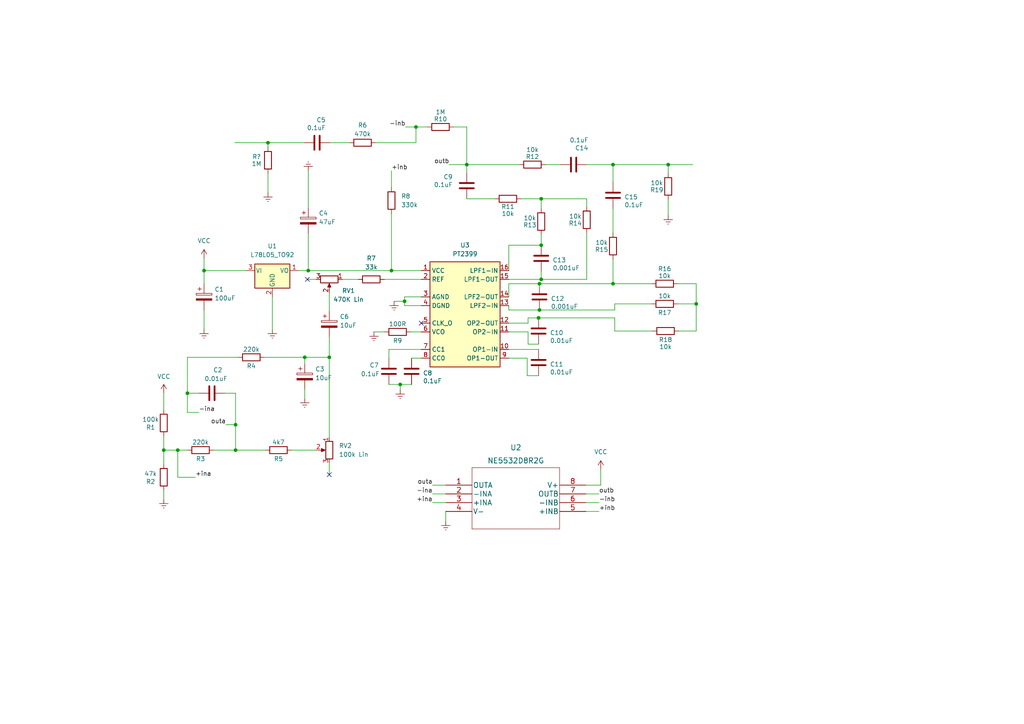
<source format=kicad_sch>
(kicad_sch (version 20211123) (generator eeschema)
  (paper "A4")
  (lib_symbols
    (symbol "Audio:PT2399"
      (property "Reference" "U" (at 0 17.78 0))
      (property "Value" "PT2399" (at 0 -17.78 0))
      (symbol "PT2399_0_1"
        (rectangle (start -10.16 15.24) (end 10.16 -15.24) (stroke (width 0.254)) (fill (type background)))
      )
      (symbol "PT2399_1_1"
        (pin power_in line (at -12.7 12.7 0) (length 2.54) (name "VCC") (number "1"))
        (pin input line (at 12.7 -10.16 180) (length 2.54) (name "OP1-IN") (number "10"))
        (pin input line (at 12.7 -5.08 180) (length 2.54) (name "OP2-IN") (number "11"))
        (pin output line (at 12.7 -2.54 180) (length 2.54) (name "OP2-OUT") (number "12"))
        (pin input line (at 12.7 2.54 180) (length 2.54) (name "LPF2-IN") (number "13"))
        (pin output line (at 12.7 5.08 180) (length 2.54) (name "LPF2-OUT") (number "14"))
        (pin output line (at 12.7 10.16 180) (length 2.54) (name "LPF1-OUT") (number "15"))
        (pin input line (at 12.7 12.7 180) (length 2.54) (name "LPF1-IN") (number "16"))
        (pin passive line (at -12.7 10.16 0) (length 2.54) (name "REF") (number "2"))
        (pin power_in line (at -12.7 5.08 0) (length 2.54) (name "AGND") (number "3"))
        (pin power_in line (at -12.7 2.54 0) (length 2.54) (name "DGND") (number "4"))
        (pin passive line (at -12.7 -2.54 0) (length 2.54) (name "CLK_O") (number "5"))
        (pin passive line (at -12.7 -5.08 0) (length 2.54) (name "VCO") (number "6"))
        (pin passive line (at -12.7 -10.16 0) (length 2.54) (name "CC1") (number "7"))
        (pin passive line (at -12.7 -12.7 0) (length 2.54) (name "CC0") (number "8"))
        (pin output line (at 12.7 -12.7 180) (length 2.54) (name "OP1-OUT") (number "9"))
      )
    )
    (symbol "Device:C" (pin_numbers hide) (pin_names (offset 0.254))
      (property "Reference" "C" (at 0.635 2.54 0))
      (property "Value" "C" (at 0.635 -2.54 0))
      (symbol "C_0_1"
        (polyline (pts (xy -2.032 -0.762) (xy 2.032 -0.762)) (stroke (width 0.508)))
        (polyline (pts (xy -2.032 0.762) (xy 2.032 0.762)) (stroke (width 0.508)))
      )
      (symbol "C_1_1"
        (pin passive line (at 0 3.81 270) (length 2.794) (name "~") (number "1"))
        (pin passive line (at 0 -3.81 90) (length 2.794) (name "~") (number "2"))
      )
    )
    (symbol "Device:C_Polarized" (pin_numbers hide) (pin_names (offset 0.254))
      (property "Reference" "C" (at 0.635 2.54 0))
      (property "Value" "C_Polarized" (at 0.635 -2.54 0))
      (symbol "C_Polarized_0_1"
        (rectangle (start -2.286 0.508) (end 2.286 1.016))
        (polyline (pts (xy -1.778 2.286) (xy -0.762 2.286)))
        (polyline (pts (xy -1.27 2.794) (xy -1.27 1.778)))
        (rectangle (start 2.286 -0.508) (end -2.286 -1.016) (fill (type outline)))
      )
      (symbol "C_Polarized_1_1"
        (pin passive line (at 0 3.81 270) (length 2.794) (name "~") (number "1"))
        (pin passive line (at 0 -3.81 90) (length 2.794) (name "~") (number "2"))
      )
    )
    (symbol "Device:R" (pin_numbers hide) (pin_names (offset 0))
      (property "Reference" "R" (at 2.032 0 90))
      (property "Value" "R" (at 0 0 90))
      (symbol "R_0_1"
        (rectangle (start -1.016 -2.54) (end 1.016 2.54) (stroke (width 0.254)))
      )
      (symbol "R_1_1"
        (pin passive line (at 0 3.81 270) (length 1.27) (name "~") (number "1"))
        (pin passive line (at 0 -3.81 90) (length 1.27) (name "~") (number "2"))
      )
    )
    (symbol "Device:R_Potentiometer" (pin_names (offset 1.016) hide)
      (property "Reference" "RV" (at -4.445 0 90))
      (property "Value" "R_Potentiometer" (at -2.54 0 90))
      (symbol "R_Potentiometer_0_1"
        (polyline (pts (xy 2.54 0) (xy 1.524 0)))
        (polyline (pts (xy 1.143 0) (xy 2.286 0.508) (xy 2.286 -0.508) (xy 1.143 0)) (fill (type outline)))
        (rectangle (start 1.016 2.54) (end -1.016 -2.54) (stroke (width 0.254)))
      )
      (symbol "R_Potentiometer_1_1"
        (pin passive line (at 0 3.81 270) (length 1.27) (name "1") (number "1"))
        (pin passive line (at 3.81 0 180) (length 1.27) (name "2") (number "2"))
        (pin passive line (at 0 -3.81 90) (length 1.27) (name "3") (number "3"))
      )
    )
    (symbol "Regulator_Linear:L78L05_TO92" (pin_names (offset 0.254))
      (property "Reference" "U" (at -3.81 3.175 0))
      (property "Value" "L78L05_TO92" (at 0 3.175 0))
      (symbol "L78L05_TO92_0_1"
        (rectangle (start -5.08 -5.08) (end 5.08 1.905) (stroke (width 0.254)) (fill (type background)))
      )
      (symbol "L78L05_TO92_1_1"
        (pin power_out line (at 7.62 0 180) (length 2.54) (name "VO") (number "1"))
        (pin power_in line (at 0 -7.62 90) (length 2.54) (name "GND") (number "2"))
        (pin power_in line (at -7.62 0 0) (length 2.54) (name "VI") (number "3"))
      )
    )
    (symbol "ne5532:NE5532D8R2G" (pin_names (offset 0.254))
      (property "Reference" "U" (at 20.32 10.16 0))
      (property "Value" "NE5532D8R2G" (at 20.32 7.62 0))
      (symbol "NE5532D8R2G_1_1"
        (polyline (pts (xy 7.62 -12.7) (xy 33.02 -12.7)) (stroke (width 0.127)))
        (polyline (pts (xy 7.62 5.08) (xy 7.62 -12.7)) (stroke (width 0.127)))
        (polyline (pts (xy 33.02 -12.7) (xy 33.02 5.08)) (stroke (width 0.127)))
        (polyline (pts (xy 33.02 5.08) (xy 7.62 5.08)) (stroke (width 0.127)))
        (pin output line (at 0 0 0) (length 7.62) (name "OUTA") (number "1"))
        (pin input line (at 0 -2.54 0) (length 7.62) (name "-INA") (number "2"))
        (pin input line (at 0 -5.08 0) (length 7.62) (name "+INA") (number "3"))
        (pin power_in line (at 0 -7.62 0) (length 7.62) (name "V-") (number "4"))
        (pin input line (at 40.64 -7.62 180) (length 7.62) (name "+INB") (number "5"))
        (pin input line (at 40.64 -5.08 180) (length 7.62) (name "-INB") (number "6"))
        (pin output line (at 40.64 -2.54 180) (length 7.62) (name "OUTB") (number "7"))
        (pin power_in line (at 40.64 0 180) (length 7.62) (name "V+") (number "8"))
      )
    )
    (symbol "power:Earth" (power) (pin_names (offset 0))
      (symbol "Earth_0_1"
        (polyline (pts (xy -0.635 -1.905) (xy 0.635 -1.905)))
        (polyline (pts (xy -0.127 -2.54) (xy 0.127 -2.54)))
        (polyline (pts (xy 0 -1.27) (xy 0 0)))
        (polyline (pts (xy 1.27 -1.27) (xy -1.27 -1.27)))
      )
      (symbol "Earth_1_1"
        (pin power_in line (at 0 0 270) (length 0) hide (name "Earth") (number "1"))
      )
    )
    (symbol "power:VCC" (power) (pin_names (offset 0))
      (property "Value" "VCC" (at 0 3.81 0))
      (symbol "VCC_0_1"
        (polyline (pts (xy -0.762 1.27) (xy 0 2.54)))
        (polyline (pts (xy 0 0) (xy 0 2.54)))
        (polyline (pts (xy 0 2.54) (xy 0.762 1.27)))
      )
      (symbol "VCC_1_1"
        (pin power_in line (at 0 0 90) (length 0) hide (name "VCC") (number "1"))
      )
    )
  )
  (junction (at 156.21 92.202))
  (junction (at 156.464 89.916))
  (junction (at 47.498 130.556))
  (junction (at 88.392 103.632))
  (junction (at 116.078 111.506))
  (junction (at 59.182 78.486))
  (junction (at 120.65 36.83))
  (junction (at 95.504 103.632))
  (junction (at 77.724 41.402))
  (junction (at 156.464 82.296))
  (junction (at 51.562 130.556))
  (junction (at 54.356 114.046))
  (junction (at 68.326 130.556))
  (junction (at 193.802 47.752))
  (junction (at 135.382 47.752))
  (junction (at 156.972 71.12))
  (junction (at 177.8 82.296))
  (junction (at 156.972 57.658))
  (junction (at 156.972 81.026))
  (junction (at 177.8 47.752))
  (junction (at 89.408 78.486))
  (junction (at 117.348 87.376))
  (junction (at 201.93 88.138))
  (junction (at 68.326 123.19))
  (junction (at 113.538 78.486))
  (no_connect (at 95.504 137.668))
  (no_connect (at 89.154 81.026))
  (no_connect (at 122.174 93.726))
  (wire (pts (xy 89.154 81.026) (xy 91.694 81.026)))
  (wire (pts (xy 65.532 123.19) (xy 68.326 123.19)))
  (wire (pts (xy 95.504 103.632) (xy 95.504 126.746)))
  (wire (pts (xy 68.072 41.402) (xy 77.724 41.402)))
  (wire (pts (xy 88.392 103.632) (xy 88.392 105.41)))
  (wire (pts (xy 117.348 88.646) (xy 117.348 87.376)))
  (wire (pts (xy 147.574 88.646) (xy 147.574 89.916)))
  (wire (pts (xy 177.8 47.752) (xy 193.802 47.752)))
  (wire (pts (xy 177.8 75.184) (xy 177.8 82.296)))
  (wire (pts (xy 170.18 57.658) (xy 156.972 57.658)))
  (wire (pts (xy 114.3 87.376) (xy 117.348 87.376)))
  (wire (pts (xy 116.078 111.506) (xy 116.078 113.028)))
  (wire (pts (xy 189.23 96.012) (xy 178.308 96.012)))
  (wire (pts (xy 88.392 113.03) (xy 88.392 115.57)))
  (wire (pts (xy 135.382 47.752) (xy 150.622 47.752)))
  (wire (pts (xy 169.926 140.716) (xy 174.244 140.716)))
  (wire (pts (xy 125.476 143.256) (xy 129.286 143.256)))
  (wire (pts (xy 112.8006 111.506) (xy 116.078 111.506)))
  (wire (pts (xy 47.498 130.556) (xy 47.498 134.62)))
  (wire (pts (xy 147.574 71.12) (xy 156.972 71.12)))
  (wire (pts (xy 54.356 103.632) (xy 69.088 103.632)))
  (wire (pts (xy 156.972 68.072) (xy 156.972 71.12)))
  (wire (pts (xy 169.926 145.796) (xy 173.736 145.796)))
  (wire (pts (xy 174.244 136.144) (xy 174.244 140.716)))
  (wire (pts (xy 152.908 103.886) (xy 152.908 108.966)))
  (wire (pts (xy 47.498 114.046) (xy 47.498 118.872)))
  (wire (pts (xy 135.382 47.752) (xy 135.382 50.038)))
  (wire (pts (xy 59.182 89.916) (xy 59.182 95.504)))
  (wire (pts (xy 158.242 47.752) (xy 162.56 47.752)))
  (wire (pts (xy 122.174 101.346) (xy 112.8006 101.346)))
  (wire (pts (xy 84.582 130.556) (xy 91.694 130.556)))
  (wire (pts (xy 76.708 103.632) (xy 88.392 103.632)))
  (wire (pts (xy 152.908 108.966) (xy 156.21 108.966)))
  (wire (pts (xy 178.308 88.138) (xy 188.976 88.138)))
  (wire (pts (xy 89.408 67.818) (xy 89.408 78.486)))
  (wire (pts (xy 51.562 130.556) (xy 51.562 138.43)))
  (wire (pts (xy 177.8 60.452) (xy 177.8 67.564)))
  (wire (pts (xy 54.356 103.632) (xy 54.356 114.046)))
  (wire (pts (xy 108.458 96.266) (xy 111.506 96.266)))
  (wire (pts (xy 95.504 97.79) (xy 95.504 103.632)))
  (wire (pts (xy 61.976 130.556) (xy 68.326 130.556)))
  (wire (pts (xy 156.464 82.296) (xy 177.8 82.296)))
  (wire (pts (xy 151.13 57.658) (xy 156.972 57.658)))
  (wire (pts (xy 88.138 41.402) (xy 77.724 41.402)))
  (wire (pts (xy 177.8 47.752) (xy 177.8 52.832)))
  (wire (pts (xy 125.476 145.796) (xy 129.286 145.796)))
  (wire (pts (xy 153.162 93.726) (xy 147.574 93.726)))
  (wire (pts (xy 116.078 111.506) (xy 119.38 111.506)))
  (wire (pts (xy 170.18 47.752) (xy 177.8 47.752)))
  (wire (pts (xy 120.65 36.83) (xy 120.65 41.402)))
  (wire (pts (xy 201.93 82.296) (xy 201.93 88.138)))
  (wire (pts (xy 201.93 88.138) (xy 201.93 96.012)))
  (wire (pts (xy 153.162 92.202) (xy 156.21 92.202)))
  (wire (pts (xy 68.326 114.046) (xy 68.326 123.19)))
  (wire (pts (xy 86.614 78.486) (xy 89.408 78.486)))
  (wire (pts (xy 117.348 86.106) (xy 122.174 86.106)))
  (wire (pts (xy 77.724 50.292) (xy 77.724 55.88)))
  (wire (pts (xy 117.348 87.376) (xy 117.348 86.106)))
  (wire (pts (xy 89.408 49.53) (xy 89.408 60.198)))
  (wire (pts (xy 153.162 99.822) (xy 156.21 99.822)))
  (wire (pts (xy 196.85 96.012) (xy 201.93 96.012)))
  (wire (pts (xy 120.65 41.402) (xy 108.966 41.402)))
  (wire (pts (xy 147.574 78.486) (xy 147.574 71.12)))
  (wire (pts (xy 113.538 49.53) (xy 113.538 54.356)))
  (wire (pts (xy 152.908 103.886) (xy 147.574 103.886)))
  (wire (pts (xy 147.574 81.026) (xy 156.972 81.026)))
  (wire (pts (xy 193.802 47.752) (xy 193.802 50.2596)))
  (wire (pts (xy 130.302 47.752) (xy 135.382 47.752)))
  (wire (pts (xy 156.972 81.026) (xy 170.18 81.026)))
  (wire (pts (xy 95.504 134.366) (xy 95.504 137.668)))
  (wire (pts (xy 169.926 148.336) (xy 173.736 148.336)))
  (wire (pts (xy 68.326 130.556) (xy 76.962 130.556)))
  (wire (pts (xy 112.8006 101.346) (xy 112.8006 103.886)))
  (wire (pts (xy 178.308 96.012) (xy 178.308 92.202)))
  (wire (pts (xy 193.802 57.8796) (xy 193.802 62.4516)))
  (wire (pts (xy 196.596 88.138) (xy 201.93 88.138)))
  (wire (pts (xy 117.602 36.83) (xy 120.65 36.83)))
  (wire (pts (xy 59.182 74.93) (xy 59.182 78.486)))
  (wire (pts (xy 89.408 78.486) (xy 113.538 78.486)))
  (wire (pts (xy 95.758 41.402) (xy 101.346 41.402)))
  (wire (pts (xy 47.498 126.492) (xy 47.498 130.556)))
  (wire (pts (xy 153.162 93.726) (xy 153.162 92.202)))
  (wire (pts (xy 170.18 67.564) (xy 170.18 81.026)))
  (wire (pts (xy 119.126 96.266) (xy 122.174 96.266)))
  (wire (pts (xy 129.286 148.336) (xy 129.286 151.1505)))
  (wire (pts (xy 95.504 84.836) (xy 95.504 90.17)))
  (wire (pts (xy 51.562 138.43) (xy 56.642 138.43)))
  (wire (pts (xy 196.596 82.296) (xy 201.93 82.296)))
  (wire (pts (xy 117.348 88.646) (xy 122.174 88.646)))
  (wire (pts (xy 131.572 36.83) (xy 135.382 36.83)))
  (wire (pts (xy 120.65 36.83) (xy 123.952 36.83)))
  (wire (pts (xy 47.498 142.24) (xy 47.498 144.78)))
  (wire (pts (xy 51.562 130.556) (xy 47.498 130.556)))
  (wire (pts (xy 125.476 140.716) (xy 129.286 140.716)))
  (wire (pts (xy 170.18 59.944) (xy 170.18 57.658)))
  (wire (pts (xy 99.314 81.026) (xy 103.886 81.026)))
  (wire (pts (xy 119.38 103.886) (xy 122.174 103.886)))
  (wire (pts (xy 156.464 89.916) (xy 178.308 89.916)))
  (wire (pts (xy 153.162 96.266) (xy 147.574 96.266)))
  (wire (pts (xy 147.574 82.296) (xy 156.464 82.296)))
  (wire (pts (xy 54.356 114.046) (xy 57.658 114.046)))
  (wire (pts (xy 156.972 57.658) (xy 156.972 60.452)))
  (wire (pts (xy 113.538 61.976) (xy 113.538 78.486)))
  (wire (pts (xy 135.382 36.83) (xy 135.382 47.752)))
  (wire (pts (xy 169.926 143.256) (xy 173.736 143.256)))
  (wire (pts (xy 147.574 86.106) (xy 147.574 82.296)))
  (wire (pts (xy 59.182 78.486) (xy 59.182 82.296)))
  (wire (pts (xy 54.356 119.634) (xy 57.658 119.634)))
  (wire (pts (xy 178.308 89.916) (xy 178.308 88.138)))
  (wire (pts (xy 59.182 78.486) (xy 71.374 78.486)))
  (wire (pts (xy 68.326 123.19) (xy 68.326 130.556)))
  (wire (pts (xy 177.8 82.296) (xy 188.976 82.296)))
  (wire (pts (xy 111.506 81.026) (xy 122.174 81.026)))
  (wire (pts (xy 156.972 81.026) (xy 156.972 78.74)))
  (wire (pts (xy 77.724 41.402) (xy 77.724 42.672)))
  (wire (pts (xy 65.278 114.046) (xy 68.326 114.046)))
  (wire (pts (xy 193.802 47.752) (xy 200.914 47.752)))
  (wire (pts (xy 113.538 78.486) (xy 122.174 78.486)))
  (wire (pts (xy 54.356 130.556) (xy 51.562 130.556)))
  (wire (pts (xy 147.574 101.346) (xy 156.21 101.346)))
  (wire (pts (xy 135.382 57.658) (xy 143.51 57.658)))
  (wire (pts (xy 156.21 92.202) (xy 178.308 92.202)))
  (wire (pts (xy 88.392 103.632) (xy 95.504 103.632)))
  (wire (pts (xy 147.574 89.916) (xy 156.464 89.916)))
  (wire (pts (xy 54.356 114.046) (xy 54.356 119.634)))
  (wire (pts (xy 78.994 86.106) (xy 78.994 95.504)))
  (wire (pts (xy 153.162 96.266) (xy 153.162 99.822)))
  (label "outa" (at 125.476 140.716 180))
  (label "+inb" (at 113.538 49.53 0))
  (label "+ina" (at 125.476 145.796 180))
  (label "-ina" (at 125.476 143.256 180))
  (label "outa" (at 65.532 123.19 180))
  (label "+inb" (at 173.736 148.336 0))
  (label "-inb" (at 173.736 145.796 0))
  (label "-inb" (at 117.602 36.83 180))
  (label "outb" (at 173.736 143.256 0))
  (label "-ina" (at 57.658 119.634 0))
  (label "+ina" (at 56.642 138.43 0))
  (label "outb" (at 130.302 47.752 180))
  (symbol (lib_id "Audio:PT2399") (at 134.874 91.186 0) (unit 1)
    (property "Reference" "U3" (at 134.874 71.12 0))
    (property "Value" "PT2399" (at 134.874 73.66 0))
    (property "Datasheet" "http://sound.westhost.com/pt2399.pdf" (effects hide))
  )
  (symbol (lib_id "power:Earth") (at 59.182 95.504 0) (unit 1)
    (property "Reference" "#PWR0104" (effects hide))
    (property "Value" "Earth" (effects hide))
  )
  (symbol (lib_id "Device:R") (at 193.04 96.012 90) (unit 1)
    (property "Reference" "R18" (at 193.04 98.552 90))
    (property "Value" "10k" (at 193.04 100.584 90))
  )
  (symbol (lib_id "power:VCC") (at 47.498 114.046 0) (unit 1)
    (property "Reference" "#PWR0109" (effects hide))
    (property "Value" "VCC" (at 47.498 109.22 0))
  )
  (symbol (lib_id "power:Earth") (at 114.3 87.376 0) (unit 1)
    (property "Reference" "#PWR0101" (effects hide))
    (property "Value" "Earth" (effects hide))
  )
  (symbol (lib_id "power:Earth") (at 47.498 144.78 0) (unit 1)
    (property "Reference" "#PWR0110" (effects hide))
    (property "Value" "Earth" (effects hide))
  )
  (symbol (lib_id "power:VCC") (at 174.244 136.144 0) (unit 1)
    (property "Reference" "#PWR0111" (effects hide))
    (property "Value" "VCC" (at 174.244 131.064 0))
  )
  (symbol (lib_id "Device:C") (at 91.948 41.402 90) (unit 1)
    (property "Reference" "C5" (at 94.488 34.798 90) (effects (justify left)))
    (property "Value" "0.1uF" (at 94.488 37.084 90) (effects (justify left)))
  )
  (symbol (lib_id "Device:R") (at 107.696 81.026 90) (unit 1)
    (property "Reference" "R7" (at 107.696 74.93 90))
    (property "Value" "33k" (at 107.696 77.47 90))
  )
  (symbol (lib_id "Device:R_Potentiometer") (at 95.504 81.026 270) (unit 1)
    (property "Reference" "RV1" (at 101.092 84.328 90))
    (property "Value" "470K Lin" (at 101.092 86.868 90))
  )
  (symbol (lib_id "Device:R") (at 113.538 58.166 180) (unit 1)
    (property "Reference" "R8" (at 116.332 56.8959 0) (effects (justify right)))
    (property "Value" "330k" (at 116.332 59.4359 0) (effects (justify right)))
  )
  (symbol (lib_id "Device:C") (at 135.382 53.848 180) (unit 1)
    (property "Reference" "C9" (at 131.318 51.308 0) (effects (justify left)))
    (property "Value" "0.1uF" (at 131.318 53.594 0) (effects (justify left)))
  )
  (symbol (lib_id "power:Earth") (at 77.724 55.88 0) (unit 1)
    (property "Reference" "#PWR?" (effects hide))
    (property "Value" "Earth" (effects hide))
  )
  (symbol (lib_id "power:Earth") (at 108.458 96.266 0) (unit 1)
    (property "Reference" "#PWR0107" (effects hide))
    (property "Value" "Earth" (effects hide))
  )
  (symbol (lib_id "Device:C_Polarized") (at 88.392 109.22 0) (unit 1)
    (property "Reference" "C3" (at 91.44 107.0609 0) (effects (justify left)))
    (property "Value" "10uF" (at 91.44 109.6009 0) (effects (justify left)))
  )
  (symbol (lib_id "Device:R_Potentiometer") (at 95.504 130.556 0) (mirror y) (unit 1)
    (property "Reference" "RV2" (at 98.298 129.2859 0) (effects (justify right)))
    (property "Value" "100k Lin" (at 98.298 131.8259 0) (effects (justify right)))
  )
  (symbol (lib_id "Device:C") (at 156.21 96.012 0) (unit 1)
    (property "Reference" "C10" (at 159.512 96.52 0) (effects (justify left)))
    (property "Value" "0.01uF" (at 159.512 98.806 0) (effects (justify left)))
  )
  (symbol (lib_id "Device:C") (at 112.8006 107.696 0) (unit 1)
    (property "Reference" "C7" (at 107.188 105.918 0) (effects (justify left)))
    (property "Value" "0.1uF" (at 104.648 108.458 0) (effects (justify left)))
  )
  (symbol (lib_id "Device:R") (at 77.724 46.482 180) (unit 1)
    (property "Reference" "R?" (at 74.422 45.466 0))
    (property "Value" "1M" (at 74.422 47.498 0))
  )
  (symbol (lib_id "Device:R") (at 47.498 138.43 0) (unit 1)
    (property "Reference" "R2" (at 43.688 139.7 0))
    (property "Value" "47k" (at 43.688 137.414 0))
  )
  (symbol (lib_id "Device:R") (at 127.762 36.83 90) (unit 1)
    (property "Reference" "R10" (at 127.762 34.544 90))
    (property "Value" "1M" (at 127.762 32.512 90))
  )
  (symbol (lib_id "Device:C") (at 177.8 56.642 0) (unit 1)
    (property "Reference" "C15" (at 181.102 57.15 0) (effects (justify left)))
    (property "Value" "0.1uF" (at 181.102 59.436 0) (effects (justify left)))
  )
  (symbol (lib_id "Device:R") (at 170.18 63.754 180) (unit 1)
    (property "Reference" "R14" (at 166.878 64.77 0))
    (property "Value" "10k" (at 166.878 62.738 0))
  )
  (symbol (lib_id "Device:R") (at 154.432 47.752 90) (unit 1)
    (property "Reference" "R12" (at 154.432 45.466 90))
    (property "Value" "10k" (at 154.432 43.434 90))
  )
  (symbol (lib_id "Device:C") (at 156.464 86.106 0) (unit 1)
    (property "Reference" "C12" (at 159.766 86.614 0) (effects (justify left)))
    (property "Value" "0.001uF" (at 159.766 88.9 0) (effects (justify left)))
  )
  (symbol (lib_id "Regulator_Linear:L78L05_TO92") (at 78.994 78.486 0) (unit 1)
    (property "Reference" "U1" (at 78.994 71.374 0))
    (property "Value" "L78L05_TO92" (at 78.994 73.914 0))
    (property "Footprint" "Package_TO_SOT_THT:TO-92_Inline" (effects hide))
    (property "Datasheet" "http://www.st.com/content/ccc/resource/technical/document/datasheet/15/55/e5/aa/23/5b/43/fd/CD00000446.pdf/files/CD00000446.pdf/jcr:content/translations/en.CD00000446.pdf" (effects hide))
  )
  (symbol (lib_id "power:Earth") (at 116.078 113.028 0) (unit 1)
    (property "Reference" "#PWR0108" (effects hide))
    (property "Value" "Earth" (effects hide))
  )
  (symbol (lib_id "power:VCC") (at 59.182 74.93 0) (unit 1)
    (property "Reference" "#PWR0102" (effects hide))
    (property "Value" "VCC" (at 59.182 69.85 0))
  )
  (symbol (lib_id "Device:R") (at 156.972 64.262 180) (unit 1)
    (property "Reference" "R13" (at 153.67 65.278 0))
    (property "Value" "10k" (at 153.67 63.246 0))
  )
  (symbol (lib_id "Device:R") (at 80.772 130.556 90) (unit 1)
    (property "Reference" "R5" (at 80.772 133.096 90))
    (property "Value" "4k7" (at 80.772 128.27 90))
  )
  (symbol (lib_id "Device:C") (at 156.21 105.156 0) (unit 1)
    (property "Reference" "C11" (at 159.512 105.664 0) (effects (justify left)))
    (property "Value" "0.01uF" (at 159.512 107.95 0) (effects (justify left)))
  )
  (symbol (lib_id "Device:C") (at 61.468 114.046 270) (unit 1)
    (property "Reference" "C2" (at 61.8244 107.315 90) (effects (justify left)))
    (property "Value" "0.01uF" (at 59.2844 109.855 90) (effects (justify left)))
  )
  (symbol (lib_id "Device:R") (at 177.8 71.374 180) (unit 1)
    (property "Reference" "R15" (at 174.498 72.39 0))
    (property "Value" "10k" (at 174.498 70.358 0))
  )
  (symbol (lib_id "Device:C") (at 156.972 74.93 0) (unit 1)
    (property "Reference" "C13" (at 160.274 75.438 0) (effects (justify left)))
    (property "Value" "0.001uF" (at 160.274 77.724 0) (effects (justify left)))
  )
  (symbol (lib_id "Device:C") (at 119.38 107.696 0) (unit 1)
    (property "Reference" "C8" (at 122.682 108.204 0) (effects (justify left)))
    (property "Value" "0.1uF" (at 122.682 110.49 0) (effects (justify left)))
  )
  (symbol (lib_id "power:Earth") (at 88.392 115.57 0) (unit 1)
    (property "Reference" "#PWR0105" (effects hide))
    (property "Value" "Earth" (effects hide))
  )
  (symbol (lib_id "Device:R") (at 192.786 82.296 90) (unit 1)
    (property "Reference" "R16" (at 192.786 77.978 90))
    (property "Value" "10k" (at 192.786 80.01 90))
  )
  (symbol (lib_id "Device:C_Polarized") (at 89.408 64.008 0) (unit 1)
    (property "Reference" "C4" (at 92.456 61.8489 0) (effects (justify left)))
    (property "Value" "47uF" (at 92.456 64.3889 0) (effects (justify left)))
  )
  (symbol (lib_id "Device:R") (at 47.498 122.682 0) (unit 1)
    (property "Reference" "R1" (at 43.688 123.952 0))
    (property "Value" "100k" (at 43.688 121.666 0))
  )
  (symbol (lib_id "ne5532:NE5532D8R2G") (at 129.286 140.716 0) (unit 1)
    (property "Reference" "U2" (at 149.606 129.794 0) (effects (font (size 1.524 1.524))))
    (property "Value" "NE5532D8R2G" (at 149.606 133.604 0) (effects (font (size 1.524 1.524))))
    (property "Footprint" "SOIC-8_NB_ONS" (effects hide))
  )
  (symbol (lib_id "power:Earth") (at 129.286 151.1505 0) (unit 1)
    (property "Reference" "#PWR0112" (effects hide))
    (property "Value" "Earth" (effects hide))
  )
  (symbol (lib_id "Device:R") (at 192.786 88.138 90) (unit 1)
    (property "Reference" "R17" (at 192.786 90.678 90))
    (property "Value" "10k" (at 192.786 85.852 90))
  )
  (symbol (lib_id "Device:C") (at 166.37 47.752 90) (unit 1)
    (property "Reference" "C14" (at 170.688 42.926 90) (effects (justify left)))
    (property "Value" "0.1uF" (at 170.688 40.64 90) (effects (justify left)))
  )
  (symbol (lib_id "Device:R") (at 193.802 54.0696 180) (unit 1)
    (property "Reference" "R19" (at 190.5 55.0856 0))
    (property "Value" "10k" (at 190.5 53.0536 0))
  )
  (symbol (lib_id "power:Earth") (at 78.994 95.504 0) (unit 1)
    (property "Reference" "#PWR0103" (effects hide))
    (property "Value" "Earth" (effects hide))
  )
  (symbol (lib_id "Device:C_Polarized") (at 95.504 93.98 0) (unit 1)
    (property "Reference" "C6" (at 98.552 91.8209 0) (effects (justify left)))
    (property "Value" "10uF" (at 98.552 94.3609 0) (effects (justify left)))
  )
  (symbol (lib_id "Device:R") (at 105.156 41.402 270) (unit 1)
    (property "Reference" "R6" (at 105.156 36.322 90))
    (property "Value" "470k" (at 105.156 38.862 90))
  )
  (symbol (lib_id "power:Earth") (at 89.408 49.53 180) (unit 1)
    (property "Reference" "#PWR0106" (effects hide))
    (property "Value" "Earth" (effects hide))
  )
  (symbol (lib_id "Device:R") (at 147.32 57.658 270) (unit 1)
    (property "Reference" "R11" (at 147.32 59.944 90))
    (property "Value" "10k" (at 147.32 61.976 90))
  )
  (symbol (lib_id "Device:R") (at 72.898 103.632 90) (unit 1)
    (property "Reference" "R4" (at 72.898 106.172 90))
    (property "Value" "220k" (at 72.898 101.346 90))
  )
  (symbol (lib_id "power:Earth") (at 193.802 62.4516 0) (unit 1)
    (property "Reference" "#PWR0113" (effects hide))
    (property "Value" "Earth" (effects hide))
  )
  (symbol (lib_id "Device:R") (at 115.316 96.266 90) (unit 1)
    (property "Reference" "R9" (at 115.316 98.806 90))
    (property "Value" "100R" (at 115.316 93.98 90))
  )
  (symbol (lib_id "Device:C_Polarized") (at 59.182 86.106 0) (unit 1)
    (property "Reference" "C1" (at 62.23 83.9469 0) (effects (justify left)))
    (property "Value" "100uF" (at 62.23 86.4869 0) (effects (justify left)))
    (property "Footprint" "Capacitor_SMD:C_0603_1608Metric_Pad1.08x0.95mm_HandSolder" (effects hide))
  )
  (symbol (lib_id "Device:R") (at 58.166 130.556 90) (unit 1)
    (property "Reference" "R3" (at 58.166 133.096 90))
    (property "Value" "220k" (at 58.166 128.27 90))
  )
)
</source>
